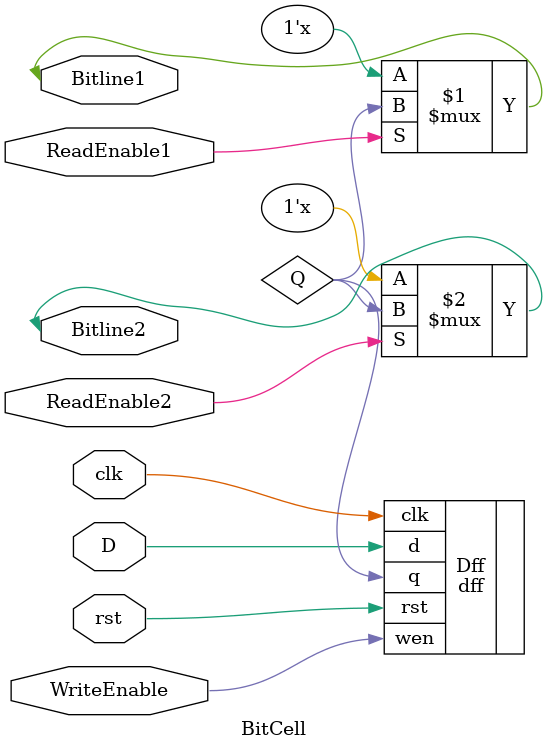
<source format=sv>
module BitCell(clk, rst, D, WriteEnable, ReadEnable1, ReadEnable2, Bitline1, Bitline2);

input clk, rst, D, WriteEnable, ReadEnable1, ReadEnable2;
inout Bitline1, Bitline2;

wire Q; 

// D flip-flop
dff Dff(.q(Q), .d(D), .wen(WriteEnable), .clk(clk), .rst(rst));

// Tri-state buffers
assign Bitline1 = ReadEnable1 ? Q : 1'bz;
assign Bitline2 = ReadEnable2 ? Q : 1'bz;

endmodule

</source>
